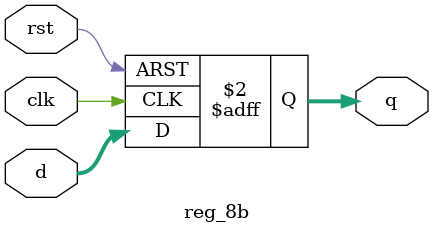
<source format=v>
module reg_8b (
    input wire clk,         
    input wire rst, 
    input wire [7:0] d,
    output reg [7:0] q
);

    always @(posedge clk or posedge rst) begin
        if (rst) begin
            q <= 0;
        end else begin
            q <= d;
        end
    end

endmodule


</source>
